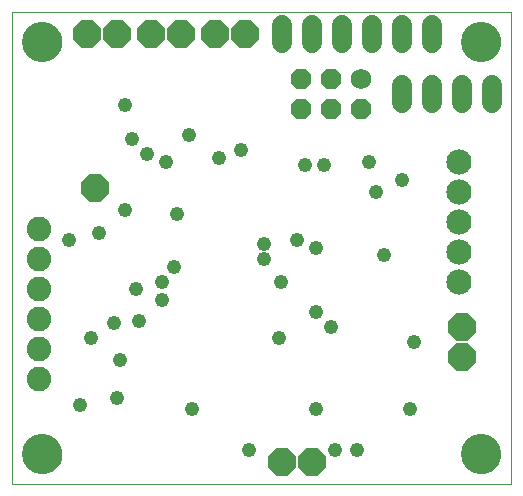
<source format=gbs>
G75*
G70*
%OFA0B0*%
%FSLAX24Y24*%
%IPPOS*%
%LPD*%
%AMOC8*
5,1,8,0,0,1.08239X$1,22.5*
%
%ADD10C,0.0000*%
%ADD11C,0.1340*%
%ADD12C,0.0840*%
%ADD13OC8,0.0930*%
%ADD14C,0.0820*%
%ADD15C,0.0680*%
%ADD16OC8,0.0680*%
%ADD17C,0.0680*%
%ADD18C,0.0480*%
D10*
X000126Y000126D02*
X000126Y015872D01*
X016746Y015872D01*
X016746Y000126D01*
X000126Y000126D01*
X000496Y001126D02*
X000498Y001176D01*
X000504Y001226D01*
X000514Y001275D01*
X000528Y001323D01*
X000545Y001370D01*
X000566Y001415D01*
X000591Y001459D01*
X000619Y001500D01*
X000651Y001539D01*
X000685Y001576D01*
X000722Y001610D01*
X000762Y001640D01*
X000804Y001667D01*
X000848Y001691D01*
X000894Y001712D01*
X000941Y001728D01*
X000989Y001741D01*
X001039Y001750D01*
X001088Y001755D01*
X001139Y001756D01*
X001189Y001753D01*
X001238Y001746D01*
X001287Y001735D01*
X001335Y001720D01*
X001381Y001702D01*
X001426Y001680D01*
X001469Y001654D01*
X001510Y001625D01*
X001549Y001593D01*
X001585Y001558D01*
X001617Y001520D01*
X001647Y001480D01*
X001674Y001437D01*
X001697Y001393D01*
X001716Y001347D01*
X001732Y001299D01*
X001744Y001250D01*
X001752Y001201D01*
X001756Y001151D01*
X001756Y001101D01*
X001752Y001051D01*
X001744Y001002D01*
X001732Y000953D01*
X001716Y000905D01*
X001697Y000859D01*
X001674Y000815D01*
X001647Y000772D01*
X001617Y000732D01*
X001585Y000694D01*
X001549Y000659D01*
X001510Y000627D01*
X001469Y000598D01*
X001426Y000572D01*
X001381Y000550D01*
X001335Y000532D01*
X001287Y000517D01*
X001238Y000506D01*
X001189Y000499D01*
X001139Y000496D01*
X001088Y000497D01*
X001039Y000502D01*
X000989Y000511D01*
X000941Y000524D01*
X000894Y000540D01*
X000848Y000561D01*
X000804Y000585D01*
X000762Y000612D01*
X000722Y000642D01*
X000685Y000676D01*
X000651Y000713D01*
X000619Y000752D01*
X000591Y000793D01*
X000566Y000837D01*
X000545Y000882D01*
X000528Y000929D01*
X000514Y000977D01*
X000504Y001026D01*
X000498Y001076D01*
X000496Y001126D01*
X000496Y014876D02*
X000498Y014926D01*
X000504Y014976D01*
X000514Y015025D01*
X000528Y015073D01*
X000545Y015120D01*
X000566Y015165D01*
X000591Y015209D01*
X000619Y015250D01*
X000651Y015289D01*
X000685Y015326D01*
X000722Y015360D01*
X000762Y015390D01*
X000804Y015417D01*
X000848Y015441D01*
X000894Y015462D01*
X000941Y015478D01*
X000989Y015491D01*
X001039Y015500D01*
X001088Y015505D01*
X001139Y015506D01*
X001189Y015503D01*
X001238Y015496D01*
X001287Y015485D01*
X001335Y015470D01*
X001381Y015452D01*
X001426Y015430D01*
X001469Y015404D01*
X001510Y015375D01*
X001549Y015343D01*
X001585Y015308D01*
X001617Y015270D01*
X001647Y015230D01*
X001674Y015187D01*
X001697Y015143D01*
X001716Y015097D01*
X001732Y015049D01*
X001744Y015000D01*
X001752Y014951D01*
X001756Y014901D01*
X001756Y014851D01*
X001752Y014801D01*
X001744Y014752D01*
X001732Y014703D01*
X001716Y014655D01*
X001697Y014609D01*
X001674Y014565D01*
X001647Y014522D01*
X001617Y014482D01*
X001585Y014444D01*
X001549Y014409D01*
X001510Y014377D01*
X001469Y014348D01*
X001426Y014322D01*
X001381Y014300D01*
X001335Y014282D01*
X001287Y014267D01*
X001238Y014256D01*
X001189Y014249D01*
X001139Y014246D01*
X001088Y014247D01*
X001039Y014252D01*
X000989Y014261D01*
X000941Y014274D01*
X000894Y014290D01*
X000848Y014311D01*
X000804Y014335D01*
X000762Y014362D01*
X000722Y014392D01*
X000685Y014426D01*
X000651Y014463D01*
X000619Y014502D01*
X000591Y014543D01*
X000566Y014587D01*
X000545Y014632D01*
X000528Y014679D01*
X000514Y014727D01*
X000504Y014776D01*
X000498Y014826D01*
X000496Y014876D01*
X015121Y014876D02*
X015123Y014926D01*
X015129Y014976D01*
X015139Y015025D01*
X015153Y015073D01*
X015170Y015120D01*
X015191Y015165D01*
X015216Y015209D01*
X015244Y015250D01*
X015276Y015289D01*
X015310Y015326D01*
X015347Y015360D01*
X015387Y015390D01*
X015429Y015417D01*
X015473Y015441D01*
X015519Y015462D01*
X015566Y015478D01*
X015614Y015491D01*
X015664Y015500D01*
X015713Y015505D01*
X015764Y015506D01*
X015814Y015503D01*
X015863Y015496D01*
X015912Y015485D01*
X015960Y015470D01*
X016006Y015452D01*
X016051Y015430D01*
X016094Y015404D01*
X016135Y015375D01*
X016174Y015343D01*
X016210Y015308D01*
X016242Y015270D01*
X016272Y015230D01*
X016299Y015187D01*
X016322Y015143D01*
X016341Y015097D01*
X016357Y015049D01*
X016369Y015000D01*
X016377Y014951D01*
X016381Y014901D01*
X016381Y014851D01*
X016377Y014801D01*
X016369Y014752D01*
X016357Y014703D01*
X016341Y014655D01*
X016322Y014609D01*
X016299Y014565D01*
X016272Y014522D01*
X016242Y014482D01*
X016210Y014444D01*
X016174Y014409D01*
X016135Y014377D01*
X016094Y014348D01*
X016051Y014322D01*
X016006Y014300D01*
X015960Y014282D01*
X015912Y014267D01*
X015863Y014256D01*
X015814Y014249D01*
X015764Y014246D01*
X015713Y014247D01*
X015664Y014252D01*
X015614Y014261D01*
X015566Y014274D01*
X015519Y014290D01*
X015473Y014311D01*
X015429Y014335D01*
X015387Y014362D01*
X015347Y014392D01*
X015310Y014426D01*
X015276Y014463D01*
X015244Y014502D01*
X015216Y014543D01*
X015191Y014587D01*
X015170Y014632D01*
X015153Y014679D01*
X015139Y014727D01*
X015129Y014776D01*
X015123Y014826D01*
X015121Y014876D01*
X015121Y001126D02*
X015123Y001176D01*
X015129Y001226D01*
X015139Y001275D01*
X015153Y001323D01*
X015170Y001370D01*
X015191Y001415D01*
X015216Y001459D01*
X015244Y001500D01*
X015276Y001539D01*
X015310Y001576D01*
X015347Y001610D01*
X015387Y001640D01*
X015429Y001667D01*
X015473Y001691D01*
X015519Y001712D01*
X015566Y001728D01*
X015614Y001741D01*
X015664Y001750D01*
X015713Y001755D01*
X015764Y001756D01*
X015814Y001753D01*
X015863Y001746D01*
X015912Y001735D01*
X015960Y001720D01*
X016006Y001702D01*
X016051Y001680D01*
X016094Y001654D01*
X016135Y001625D01*
X016174Y001593D01*
X016210Y001558D01*
X016242Y001520D01*
X016272Y001480D01*
X016299Y001437D01*
X016322Y001393D01*
X016341Y001347D01*
X016357Y001299D01*
X016369Y001250D01*
X016377Y001201D01*
X016381Y001151D01*
X016381Y001101D01*
X016377Y001051D01*
X016369Y001002D01*
X016357Y000953D01*
X016341Y000905D01*
X016322Y000859D01*
X016299Y000815D01*
X016272Y000772D01*
X016242Y000732D01*
X016210Y000694D01*
X016174Y000659D01*
X016135Y000627D01*
X016094Y000598D01*
X016051Y000572D01*
X016006Y000550D01*
X015960Y000532D01*
X015912Y000517D01*
X015863Y000506D01*
X015814Y000499D01*
X015764Y000496D01*
X015713Y000497D01*
X015664Y000502D01*
X015614Y000511D01*
X015566Y000524D01*
X015519Y000540D01*
X015473Y000561D01*
X015429Y000585D01*
X015387Y000612D01*
X015347Y000642D01*
X015310Y000676D01*
X015276Y000713D01*
X015244Y000752D01*
X015216Y000793D01*
X015191Y000837D01*
X015170Y000882D01*
X015153Y000929D01*
X015139Y000977D01*
X015129Y001026D01*
X015123Y001076D01*
X015121Y001126D01*
D11*
X015751Y001126D03*
X015751Y014876D03*
X001126Y014876D03*
X001126Y001126D03*
D12*
X015001Y006876D03*
X015001Y007876D03*
X015001Y008876D03*
X015001Y009876D03*
X015001Y010876D03*
D13*
X015126Y005376D03*
X015126Y004376D03*
X010126Y000876D03*
X009126Y000876D03*
X002876Y010001D03*
X002626Y015126D03*
X003626Y015126D03*
X004751Y015126D03*
X005751Y015126D03*
X006876Y015126D03*
X007876Y015126D03*
D14*
X001001Y008626D03*
X001001Y007626D03*
X001001Y006626D03*
X001001Y005626D03*
X001001Y004626D03*
X001001Y003626D03*
D15*
X011751Y013626D03*
D16*
X011751Y012626D03*
X010751Y012626D03*
X010751Y013626D03*
X009751Y013626D03*
X009751Y012626D03*
D17*
X010126Y014826D02*
X010126Y015426D01*
X011126Y015426D02*
X011126Y014826D01*
X012126Y014826D02*
X012126Y015426D01*
X013126Y015426D02*
X013126Y014826D01*
X014126Y014826D02*
X014126Y015426D01*
X014126Y013426D02*
X014126Y012826D01*
X015126Y012826D02*
X015126Y013426D01*
X016126Y013426D02*
X016126Y012826D01*
X013126Y012826D02*
X013126Y013426D01*
X009126Y014826D02*
X009126Y015426D01*
D18*
X006001Y011751D03*
X005251Y010876D03*
X004626Y011126D03*
X004126Y011626D03*
X003876Y012751D03*
X007001Y011001D03*
X007751Y011251D03*
X009876Y010751D03*
X010501Y010751D03*
X012001Y010876D03*
X013126Y010251D03*
X012251Y009876D03*
X010251Y008001D03*
X009626Y008251D03*
X008501Y008126D03*
X008501Y007626D03*
X009063Y006876D03*
X010251Y005876D03*
X010751Y005376D03*
X009001Y005001D03*
X010251Y002626D03*
X010876Y001251D03*
X011626Y001251D03*
X013376Y002626D03*
X013501Y004876D03*
X012501Y007751D03*
X006126Y002626D03*
X008001Y001251D03*
X003719Y004251D03*
X002751Y005001D03*
X003501Y005501D03*
X004344Y005563D03*
X005126Y006251D03*
X005126Y006876D03*
X005501Y007376D03*
X004251Y006626D03*
X003001Y008501D03*
X003876Y009251D03*
X005626Y009126D03*
X002001Y008251D03*
X003626Y003001D03*
X002376Y002751D03*
M02*

</source>
